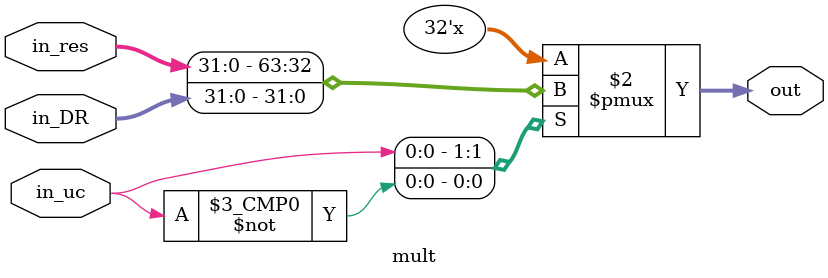
<source format=v>
module mult(
input in_uc,
input [31:0] in_DR, in_res,
output reg [31:0] out
);
always@(*)
begin 
	case (in_uc)
		1'b1:
			begin
				out=in_res;
			end
		1'b0:
			begin
				out=in_DR;
			end
		endcase
	end

endmodule 
</source>
